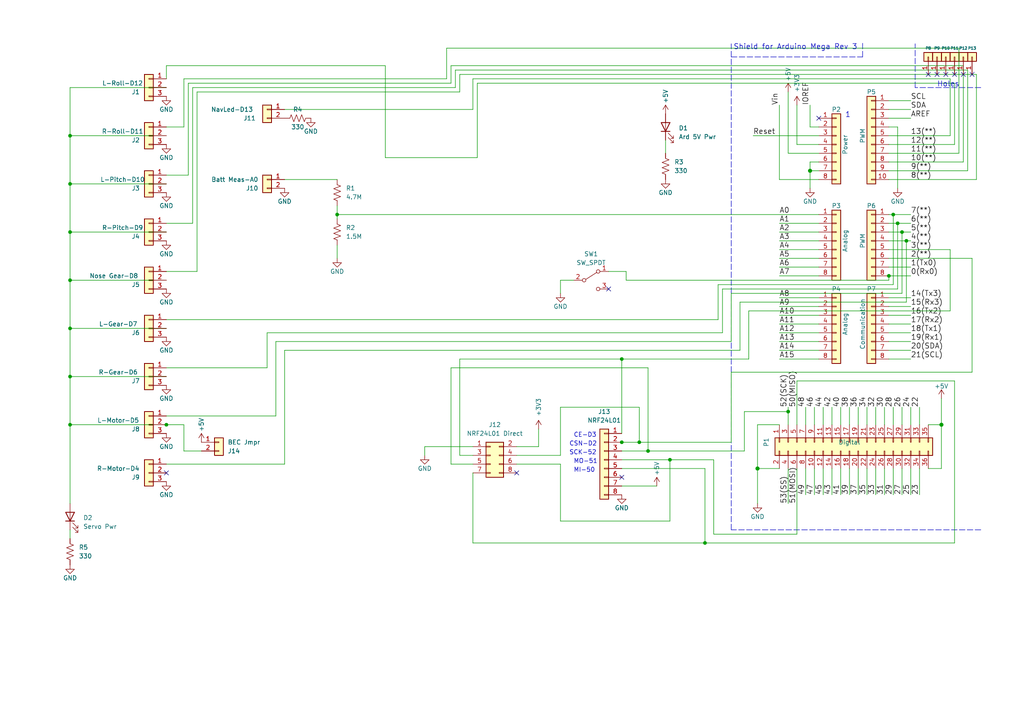
<source format=kicad_sch>
(kicad_sch (version 20211123) (generator eeschema)
  (paper "A4")
  (title_block (date "mar. 31 mars 2015"))
  (lib_symbols
    (symbol "Connector_Generic:Conn_01x01" (pin_names (offset 1.016) hide)
      (property "Reference" "J" (at 0 2.54 0))
      (property "Value" "Conn_01x01" (at 0 -2.54 0))
      (symbol "Conn_01x01_1_1"
        (rectangle (start -1.27 0.127) (end 0 -0.127) (stroke (width 0.1524)))
        (rectangle (start -1.27 1.27) (end 1.27 -1.27) (stroke (width 0.254)) (fill (type background)))
        (pin passive line (at -5.08 0 0) (length 3.81) (name "Pin_1") (number "1"))
      )
    )
    (symbol "Connector_Generic:Conn_01x02" (pin_names (offset 1.016) hide)
      (property "Reference" "J" (at 0 2.54 0))
      (property "Value" "Conn_01x02" (at 0 -5.08 0))
      (symbol "Conn_01x02_1_1"
        (rectangle (start -1.27 -2.413) (end 0 -2.667) (stroke (width 0.1524)))
        (rectangle (start -1.27 0.127) (end 0 -0.127) (stroke (width 0.1524)))
        (rectangle (start -1.27 1.27) (end 1.27 -3.81) (stroke (width 0.254)) (fill (type background)))
        (pin passive line (at -5.08 0 0) (length 3.81) (name "Pin_1") (number "1"))
        (pin passive line (at -5.08 -2.54 0) (length 3.81) (name "Pin_2") (number "2"))
      )
    )
    (symbol "Connector_Generic:Conn_01x03" (pin_names (offset 1.016) hide)
      (property "Reference" "J" (at 0 5.08 0))
      (property "Value" "Conn_01x03" (at 0 -5.08 0))
      (symbol "Conn_01x03_1_1"
        (rectangle (start -1.27 -2.413) (end 0 -2.667) (stroke (width 0.1524)))
        (rectangle (start -1.27 0.127) (end 0 -0.127) (stroke (width 0.1524)))
        (rectangle (start -1.27 2.667) (end 0 2.413) (stroke (width 0.1524)))
        (rectangle (start -1.27 3.81) (end 1.27 -3.81) (stroke (width 0.254)) (fill (type background)))
        (pin passive line (at -5.08 2.54 0) (length 3.81) (name "Pin_1") (number "1"))
        (pin passive line (at -5.08 0 0) (length 3.81) (name "Pin_2") (number "2"))
        (pin passive line (at -5.08 -2.54 0) (length 3.81) (name "Pin_3") (number "3"))
      )
    )
    (symbol "Connector_Generic:Conn_01x08" (pin_names (offset 1.016) hide)
      (property "Reference" "J" (at 0 10.16 0))
      (property "Value" "Conn_01x08" (at 0 -12.7 0))
      (symbol "Conn_01x08_1_1"
        (rectangle (start -1.27 -10.033) (end 0 -10.287) (stroke (width 0.1524)))
        (rectangle (start -1.27 -7.493) (end 0 -7.747) (stroke (width 0.1524)))
        (rectangle (start -1.27 -4.953) (end 0 -5.207) (stroke (width 0.1524)))
        (rectangle (start -1.27 -2.413) (end 0 -2.667) (stroke (width 0.1524)))
        (rectangle (start -1.27 0.127) (end 0 -0.127) (stroke (width 0.1524)))
        (rectangle (start -1.27 2.667) (end 0 2.413) (stroke (width 0.1524)))
        (rectangle (start -1.27 5.207) (end 0 4.953) (stroke (width 0.1524)))
        (rectangle (start -1.27 7.747) (end 0 7.493) (stroke (width 0.1524)))
        (rectangle (start -1.27 8.89) (end 1.27 -11.43) (stroke (width 0.254)) (fill (type background)))
        (pin passive line (at -5.08 7.62 0) (length 3.81) (name "Pin_1") (number "1"))
        (pin passive line (at -5.08 5.08 0) (length 3.81) (name "Pin_2") (number "2"))
        (pin passive line (at -5.08 2.54 0) (length 3.81) (name "Pin_3") (number "3"))
        (pin passive line (at -5.08 0 0) (length 3.81) (name "Pin_4") (number "4"))
        (pin passive line (at -5.08 -2.54 0) (length 3.81) (name "Pin_5") (number "5"))
        (pin passive line (at -5.08 -5.08 0) (length 3.81) (name "Pin_6") (number "6"))
        (pin passive line (at -5.08 -7.62 0) (length 3.81) (name "Pin_7") (number "7"))
        (pin passive line (at -5.08 -10.16 0) (length 3.81) (name "Pin_8") (number "8"))
      )
    )
    (symbol "Connector_Generic:Conn_01x10" (pin_names (offset 1.016) hide)
      (property "Reference" "J" (at 0 12.7 0))
      (property "Value" "Conn_01x10" (at 0 -15.24 0))
      (symbol "Conn_01x10_1_1"
        (rectangle (start -1.27 -12.573) (end 0 -12.827) (stroke (width 0.1524)))
        (rectangle (start -1.27 -10.033) (end 0 -10.287) (stroke (width 0.1524)))
        (rectangle (start -1.27 -7.493) (end 0 -7.747) (stroke (width 0.1524)))
        (rectangle (start -1.27 -4.953) (end 0 -5.207) (stroke (width 0.1524)))
        (rectangle (start -1.27 -2.413) (end 0 -2.667) (stroke (width 0.1524)))
        (rectangle (start -1.27 0.127) (end 0 -0.127) (stroke (width 0.1524)))
        (rectangle (start -1.27 2.667) (end 0 2.413) (stroke (width 0.1524)))
        (rectangle (start -1.27 5.207) (end 0 4.953) (stroke (width 0.1524)))
        (rectangle (start -1.27 7.747) (end 0 7.493) (stroke (width 0.1524)))
        (rectangle (start -1.27 10.287) (end 0 10.033) (stroke (width 0.1524)))
        (rectangle (start -1.27 11.43) (end 1.27 -13.97) (stroke (width 0.254)) (fill (type background)))
        (pin passive line (at -5.08 10.16 0) (length 3.81) (name "Pin_1") (number "1"))
        (pin passive line (at -5.08 -12.7 0) (length 3.81) (name "Pin_10") (number "10"))
        (pin passive line (at -5.08 7.62 0) (length 3.81) (name "Pin_2") (number "2"))
        (pin passive line (at -5.08 5.08 0) (length 3.81) (name "Pin_3") (number "3"))
        (pin passive line (at -5.08 2.54 0) (length 3.81) (name "Pin_4") (number "4"))
        (pin passive line (at -5.08 0 0) (length 3.81) (name "Pin_5") (number "5"))
        (pin passive line (at -5.08 -2.54 0) (length 3.81) (name "Pin_6") (number "6"))
        (pin passive line (at -5.08 -5.08 0) (length 3.81) (name "Pin_7") (number "7"))
        (pin passive line (at -5.08 -7.62 0) (length 3.81) (name "Pin_8") (number "8"))
        (pin passive line (at -5.08 -10.16 0) (length 3.81) (name "Pin_9") (number "9"))
      )
    )
    (symbol "Connector_Generic:Conn_02x04_Odd_Even" (pin_names (offset 1.016) hide)
      (property "Reference" "J" (at 1.27 5.08 0))
      (property "Value" "Conn_02x04_Odd_Even" (at 1.27 -7.62 0))
      (symbol "Conn_02x04_Odd_Even_1_1"
        (rectangle (start -1.27 -4.953) (end 0 -5.207) (stroke (width 0.1524)))
        (rectangle (start -1.27 -2.413) (end 0 -2.667) (stroke (width 0.1524)))
        (rectangle (start -1.27 0.127) (end 0 -0.127) (stroke (width 0.1524)))
        (rectangle (start -1.27 2.667) (end 0 2.413) (stroke (width 0.1524)))
        (rectangle (start -1.27 3.81) (end 3.81 -6.35) (stroke (width 0.254)) (fill (type background)))
        (rectangle (start 3.81 -4.953) (end 2.54 -5.207) (stroke (width 0.1524)))
        (rectangle (start 3.81 -2.413) (end 2.54 -2.667) (stroke (width 0.1524)))
        (rectangle (start 3.81 0.127) (end 2.54 -0.127) (stroke (width 0.1524)))
        (rectangle (start 3.81 2.667) (end 2.54 2.413) (stroke (width 0.1524)))
        (pin passive line (at -5.08 2.54 0) (length 3.81) (name "Pin_1") (number "1"))
        (pin passive line (at 7.62 2.54 180) (length 3.81) (name "Pin_2") (number "2"))
        (pin passive line (at -5.08 0 0) (length 3.81) (name "Pin_3") (number "3"))
        (pin passive line (at 7.62 0 180) (length 3.81) (name "Pin_4") (number "4"))
        (pin passive line (at -5.08 -2.54 0) (length 3.81) (name "Pin_5") (number "5"))
        (pin passive line (at 7.62 -2.54 180) (length 3.81) (name "Pin_6") (number "6"))
        (pin passive line (at -5.08 -5.08 0) (length 3.81) (name "Pin_7") (number "7"))
        (pin passive line (at 7.62 -5.08 180) (length 3.81) (name "Pin_8") (number "8"))
      )
    )
    (symbol "Connector_Generic:Conn_02x18_Odd_Even" (pin_names (offset 1.016) hide)
      (property "Reference" "J" (at 1.27 22.86 0))
      (property "Value" "Conn_02x18_Odd_Even" (at 1.27 -25.4 0))
      (symbol "Conn_02x18_Odd_Even_1_1"
        (rectangle (start -1.27 -22.733) (end 0 -22.987) (stroke (width 0.1524)))
        (rectangle (start -1.27 -20.193) (end 0 -20.447) (stroke (width 0.1524)))
        (rectangle (start -1.27 -17.653) (end 0 -17.907) (stroke (width 0.1524)))
        (rectangle (start -1.27 -15.113) (end 0 -15.367) (stroke (width 0.1524)))
        (rectangle (start -1.27 -12.573) (end 0 -12.827) (stroke (width 0.1524)))
        (rectangle (start -1.27 -10.033) (end 0 -10.287) (stroke (width 0.1524)))
        (rectangle (start -1.27 -7.493) (end 0 -7.747) (stroke (width 0.1524)))
        (rectangle (start -1.27 -4.953) (end 0 -5.207) (stroke (width 0.1524)))
        (rectangle (start -1.27 -2.413) (end 0 -2.667) (stroke (width 0.1524)))
        (rectangle (start -1.27 0.127) (end 0 -0.127) (stroke (width 0.1524)))
        (rectangle (start -1.27 2.667) (end 0 2.413) (stroke (width 0.1524)))
        (rectangle (start -1.27 5.207) (end 0 4.953) (stroke (width 0.1524)))
        (rectangle (start -1.27 7.747) (end 0 7.493) (stroke (width 0.1524)))
        (rectangle (start -1.27 10.287) (end 0 10.033) (stroke (width 0.1524)))
        (rectangle (start -1.27 12.827) (end 0 12.573) (stroke (width 0.1524)))
        (rectangle (start -1.27 15.367) (end 0 15.113) (stroke (width 0.1524)))
        (rectangle (start -1.27 17.907) (end 0 17.653) (stroke (width 0.1524)))
        (rectangle (start -1.27 20.447) (end 0 20.193) (stroke (width 0.1524)))
        (rectangle (start -1.27 21.59) (end 3.81 -24.13) (stroke (width 0.254)) (fill (type background)))
        (rectangle (start 3.81 -22.733) (end 2.54 -22.987) (stroke (width 0.1524)))
        (rectangle (start 3.81 -20.193) (end 2.54 -20.447) (stroke (width 0.1524)))
        (rectangle (start 3.81 -17.653) (end 2.54 -17.907) (stroke (width 0.1524)))
        (rectangle (start 3.81 -15.113) (end 2.54 -15.367) (stroke (width 0.1524)))
        (rectangle (start 3.81 -12.573) (end 2.54 -12.827) (stroke (width 0.1524)))
        (rectangle (start 3.81 -10.033) (end 2.54 -10.287) (stroke (width 0.1524)))
        (rectangle (start 3.81 -7.493) (end 2.54 -7.747) (stroke (width 0.1524)))
        (rectangle (start 3.81 -4.953) (end 2.54 -5.207) (stroke (width 0.1524)))
        (rectangle (start 3.81 -2.413) (end 2.54 -2.667) (stroke (width 0.1524)))
        (rectangle (start 3.81 0.127) (end 2.54 -0.127) (stroke (width 0.1524)))
        (rectangle (start 3.81 2.667) (end 2.54 2.413) (stroke (width 0.1524)))
        (rectangle (start 3.81 5.207) (end 2.54 4.953) (stroke (width 0.1524)))
        (rectangle (start 3.81 7.747) (end 2.54 7.493) (stroke (width 0.1524)))
        (rectangle (start 3.81 10.287) (end 2.54 10.033) (stroke (width 0.1524)))
        (rectangle (start 3.81 12.827) (end 2.54 12.573) (stroke (width 0.1524)))
        (rectangle (start 3.81 15.367) (end 2.54 15.113) (stroke (width 0.1524)))
        (rectangle (start 3.81 17.907) (end 2.54 17.653) (stroke (width 0.1524)))
        (rectangle (start 3.81 20.447) (end 2.54 20.193) (stroke (width 0.1524)))
        (pin passive line (at -5.08 20.32 0) (length 3.81) (name "Pin_1") (number "1"))
        (pin passive line (at 7.62 10.16 180) (length 3.81) (name "Pin_10") (number "10"))
        (pin passive line (at -5.08 7.62 0) (length 3.81) (name "Pin_11") (number "11"))
        (pin passive line (at 7.62 7.62 180) (length 3.81) (name "Pin_12") (number "12"))
        (pin passive line (at -5.08 5.08 0) (length 3.81) (name "Pin_13") (number "13"))
        (pin passive line (at 7.62 5.08 180) (length 3.81) (name "Pin_14") (number "14"))
        (pin passive line (at -5.08 2.54 0) (length 3.81) (name "Pin_15") (number "15"))
        (pin passive line (at 7.62 2.54 180) (length 3.81) (name "Pin_16") (number "16"))
        (pin passive line (at -5.08 0 0) (length 3.81) (name "Pin_17") (number "17"))
        (pin passive line (at 7.62 0 180) (length 3.81) (name "Pin_18") (number "18"))
        (pin passive line (at -5.08 -2.54 0) (length 3.81) (name "Pin_19") (number "19"))
        (pin passive line (at 7.62 20.32 180) (length 3.81) (name "Pin_2") (number "2"))
        (pin passive line (at 7.62 -2.54 180) (length 3.81) (name "Pin_20") (number "20"))
        (pin passive line (at -5.08 -5.08 0) (length 3.81) (name "Pin_21") (number "21"))
        (pin passive line (at 7.62 -5.08 180) (length 3.81) (name "Pin_22") (number "22"))
        (pin passive line (at -5.08 -7.62 0) (length 3.81) (name "Pin_23") (number "23"))
        (pin passive line (at 7.62 -7.62 180) (length 3.81) (name "Pin_24") (number "24"))
        (pin passive line (at -5.08 -10.16 0) (length 3.81) (name "Pin_25") (number "25"))
        (pin passive line (at 7.62 -10.16 180) (length 3.81) (name "Pin_26") (number "26"))
        (pin passive line (at -5.08 -12.7 0) (length 3.81) (name "Pin_27") (number "27"))
        (pin passive line (at 7.62 -12.7 180) (length 3.81) (name "Pin_28") (number "28"))
        (pin passive line (at -5.08 -15.24 0) (length 3.81) (name "Pin_29") (number "29"))
        (pin passive line (at -5.08 17.78 0) (length 3.81) (name "Pin_3") (number "3"))
        (pin passive line (at 7.62 -15.24 180) (length 3.81) (name "Pin_30") (number "30"))
        (pin passive line (at -5.08 -17.78 0) (length 3.81) (name "Pin_31") (number "31"))
        (pin passive line (at 7.62 -17.78 180) (length 3.81) (name "Pin_32") (number "32"))
        (pin passive line (at -5.08 -20.32 0) (length 3.81) (name "Pin_33") (number "33"))
        (pin passive line (at 7.62 -20.32 180) (length 3.81) (name "Pin_34") (number "34"))
        (pin passive line (at -5.08 -22.86 0) (length 3.81) (name "Pin_35") (number "35"))
        (pin passive line (at 7.62 -22.86 180) (length 3.81) (name "Pin_36") (number "36"))
        (pin passive line (at 7.62 17.78 180) (length 3.81) (name "Pin_4") (number "4"))
        (pin passive line (at -5.08 15.24 0) (length 3.81) (name "Pin_5") (number "5"))
        (pin passive line (at 7.62 15.24 180) (length 3.81) (name "Pin_6") (number "6"))
        (pin passive line (at -5.08 12.7 0) (length 3.81) (name "Pin_7") (number "7"))
        (pin passive line (at 7.62 12.7 180) (length 3.81) (name "Pin_8") (number "8"))
        (pin passive line (at -5.08 10.16 0) (length 3.81) (name "Pin_9") (number "9"))
      )
    )
    (symbol "Device:LED" (pin_numbers hide) (pin_names (offset 1.016) hide)
      (property "Reference" "D" (at 0 2.54 0))
      (property "Value" "LED" (at 0 -2.54 0))
      (symbol "LED_0_1"
        (polyline (pts (xy -1.27 -1.27) (xy -1.27 1.27)) (stroke (width 0.254)))
        (polyline (pts (xy -1.27 0) (xy 1.27 0)))
        (polyline (pts (xy 1.27 -1.27) (xy 1.27 1.27) (xy -1.27 0) (xy 1.27 -1.27)) (stroke (width 0.254)))
        (polyline (pts (xy -3.048 -0.762) (xy -4.572 -2.286) (xy -3.81 -2.286) (xy -4.572 -2.286) (xy -4.572 -1.524)))
        (polyline (pts (xy -1.778 -0.762) (xy -3.302 -2.286) (xy -2.54 -2.286) (xy -3.302 -2.286) (xy -3.302 -1.524)))
      )
      (symbol "LED_1_1"
        (pin passive line (at -3.81 0 0) (length 2.54) (name "K") (number "1"))
        (pin passive line (at 3.81 0 180) (length 2.54) (name "A") (number "2"))
      )
    )
    (symbol "Device:R_US" (pin_numbers hide) (pin_names (offset 0))
      (property "Reference" "R" (at 2.54 0 90))
      (property "Value" "R_US" (at -2.54 0 90))
      (symbol "R_US_0_1"
        (polyline (pts (xy 0 -2.286) (xy 0 -2.54)))
        (polyline (pts (xy 0 2.286) (xy 0 2.54)))
        (polyline (pts (xy 0 -0.762) (xy 1.016 -1.143) (xy 0 -1.524) (xy -1.016 -1.905) (xy 0 -2.286)))
        (polyline (pts (xy 0 0.762) (xy 1.016 0.381) (xy 0 0) (xy -1.016 -0.381) (xy 0 -0.762)))
        (polyline (pts (xy 0 2.286) (xy 1.016 1.905) (xy 0 1.524) (xy -1.016 1.143) (xy 0 0.762)))
      )
      (symbol "R_US_1_1"
        (pin passive line (at 0 3.81 270) (length 1.27) (name "~") (number "1"))
        (pin passive line (at 0 -3.81 90) (length 1.27) (name "~") (number "2"))
      )
    )
    (symbol "Switch:SW_SPDT" (pin_names (offset 0) hide)
      (property "Reference" "SW" (at 0 4.318 0))
      (property "Value" "SW_SPDT" (at 0 -5.08 0))
      (symbol "SW_SPDT_0_0"
        (circle (center -2.032 0) (radius 0.508))
        (circle (center 2.032 -2.54) (radius 0.508))
      )
      (symbol "SW_SPDT_0_1"
        (polyline (pts (xy -1.524 0.254) (xy 1.651 2.286)))
        (circle (center 2.032 2.54) (radius 0.508))
      )
      (symbol "SW_SPDT_1_1"
        (pin passive line (at 5.08 2.54 180) (length 2.54) (name "A") (number "1"))
        (pin passive line (at -5.08 0 0) (length 2.54) (name "B") (number "2"))
        (pin passive line (at 5.08 -2.54 180) (length 2.54) (name "C") (number "3"))
      )
    )
    (symbol "power:+3V3" (power) (pin_names (offset 0))
      (property "Value" "+3V3" (at 0 3.556 0))
      (symbol "+3V3_0_1"
        (polyline (pts (xy -0.762 1.27) (xy 0 2.54)))
        (polyline (pts (xy 0 0) (xy 0 2.54)))
        (polyline (pts (xy 0 2.54) (xy 0.762 1.27)))
      )
      (symbol "+3V3_1_1"
        (pin power_in line (at 0 0 90) (length 0) hide (name "+3V3") (number "1"))
      )
    )
    (symbol "power:+5V" (power) (pin_names (offset 0))
      (property "Value" "+5V" (at 0 3.556 0))
      (symbol "+5V_0_1"
        (polyline (pts (xy -0.762 1.27) (xy 0 2.54)))
        (polyline (pts (xy 0 0) (xy 0 2.54)))
        (polyline (pts (xy 0 2.54) (xy 0.762 1.27)))
      )
      (symbol "+5V_1_1"
        (pin power_in line (at 0 0 90) (length 0) hide (name "+5V") (number "1"))
      )
    )
    (symbol "power:GND" (power) (pin_names (offset 0))
      (property "Value" "GND" (at 0 -3.81 0))
      (symbol "GND_0_1"
        (polyline (pts (xy 0 0) (xy 0 -1.27) (xy 1.27 -1.27) (xy 0 -2.54) (xy -1.27 -1.27) (xy 0 -1.27)))
      )
      (symbol "GND_1_1"
        (pin power_in line (at 0 0 270) (length 0) hide (name "GND") (number "1"))
      )
    )
  )
  (junction (at 228.6 119.38))
  (junction (at 262.89 69.85))
  (junction (at 20.32 39.37))
  (junction (at 257.81 80.01))
  (junction (at 20.32 109.22))
  (junction (at 261.62 67.31))
  (junction (at 185.42 128.27))
  (junction (at 187.96 130.81))
  (junction (at 260.35 64.77))
  (junction (at 259.08 62.23))
  (junction (at 20.32 67.31))
  (junction (at 234.95 49.53) (diameter 1.016))
  (junction (at 219.71 135.89) (diameter 1.016))
  (junction (at 97.79 62.23))
  (junction (at 20.32 123.19))
  (junction (at 48.26 123.19))
  (junction (at 20.32 95.25))
  (junction (at 180.34 104.14))
  (junction (at 273.05 123.19) (diameter 1.016))
  (junction (at 204.47 157.48))
  (junction (at 20.32 53.34))
  (junction (at 180.34 128.27))
  (junction (at 194.31 133.35))
  (junction (at 20.32 81.28))
  (no_connect (at 176.53 83.82))
  (no_connect (at 149.86 137.16))
  (no_connect (at 180.34 138.43))
  (no_connect (at 48.26 137.16))
  (no_connect (at 269.24 21.59))
  (no_connect (at 281.94 21.59))
  (no_connect (at 271.78 21.59))
  (no_connect (at 276.86 21.59))
  (no_connect (at 279.4 21.59))
  (no_connect (at 237.49 34.29))
  (no_connect (at 274.32 21.59))
  (wire (pts (xy 228.6 135.89) (xy 228.6 146.05)))
  (wire (pts (xy 257.81 69.85) (xy 262.89 69.85)))
  (wire (pts (xy 226.06 80.01) (xy 237.49 80.01)))
  (wire (pts (xy 283.21 21.59) (xy 283.21 52.07)))
  (wire (pts (xy 54.61 24.13) (xy 130.81 24.13)))
  (wire (pts (xy 241.3 135.89) (xy 241.3 143.51)))
  (wire (pts (xy 133.35 104.14) (xy 180.34 104.14)))
  (wire (pts (xy 262.89 69.85) (xy 264.16 69.85)))
  (wire (pts (xy 273.05 123.19) (xy 273.05 135.89)))
  (wire (pts (xy 111.76 19.05) (xy 48.26 19.05)))
  (wire (pts (xy 149.86 134.62) (xy 162.56 134.62)))
  (wire (pts (xy 20.32 67.31) (xy 20.32 81.28)))
  (wire (pts (xy 187.96 106.68) (xy 187.96 130.81)))
  (wire (pts (xy 226.06 123.19) (xy 219.71 123.19)))
  (wire (pts (xy 80.01 120.65) (xy 48.26 120.65)))
  (wire (pts (xy 97.79 59.69) (xy 97.79 62.23)))
  (wire (pts (xy 257.81 44.45) (xy 278.13 44.45)))
  (wire (pts (xy 212.09 85.09) (xy 261.62 85.09)))
  (wire (pts (xy 234.95 46.99) (xy 234.95 49.53)))
  (wire (pts (xy 132.08 25.4) (xy 132.08 20.32)))
  (wire (pts (xy 281.94 107.95) (xy 281.94 74.93)))
  (wire (pts (xy 20.32 81.28) (xy 48.26 81.28)))
  (wire (pts (xy 80.01 99.06) (xy 212.09 99.06)))
  (wire (pts (xy 226.06 74.93) (xy 237.49 74.93)))
  (wire (pts (xy 236.22 135.89) (xy 236.22 143.51)))
  (wire (pts (xy 55.88 64.77) (xy 48.26 64.77)))
  (wire (pts (xy 82.55 101.6) (xy 82.55 134.62)))
  (wire (pts (xy 176.53 78.74) (xy 181.61 78.74)))
  (wire (pts (xy 193.04 40.64) (xy 193.04 44.45)))
  (wire (pts (xy 162.56 81.28) (xy 162.56 85.09)))
  (wire (pts (xy 260.35 64.77) (xy 264.16 64.77)))
  (wire (pts (xy 259.08 135.89) (xy 259.08 143.51)))
  (wire (pts (xy 214.63 87.63) (xy 262.89 87.63)))
  (wire (pts (xy 53.34 123.19) (xy 53.34 130.81)))
  (wire (pts (xy 260.35 83.82) (xy 260.35 64.77)))
  (wire (pts (xy 48.26 92.71) (xy 208.28 92.71)))
  (wire (pts (xy 162.56 151.13) (xy 194.31 151.13)))
  (wire (pts (xy 20.32 25.4) (xy 48.26 25.4)))
  (wire (pts (xy 234.95 49.53) (xy 234.95 54.61)))
  (wire (pts (xy 138.43 24.13) (xy 276.86 24.13)))
  (wire (pts (xy 248.92 123.19) (xy 248.92 118.11)))
  (wire (pts (xy 97.79 71.12) (xy 97.79 74.93)))
  (wire (pts (xy 20.32 39.37) (xy 20.32 53.34)))
  (wire (pts (xy 185.42 128.27) (xy 212.09 128.27)))
  (wire (pts (xy 137.16 129.54) (xy 123.19 129.54)))
  (wire (pts (xy 231.14 41.91) (xy 237.49 41.91)))
  (polyline (pts (xy 284.48 25.4) (xy 265.43 25.4)) (stroke (width 0) (type dash)))
  (wire (pts (xy 228.6 44.45) (xy 237.49 44.45)))
  (wire (pts (xy 77.47 96.52) (xy 209.55 96.52)))
  (wire (pts (xy 228.6 26.67) (xy 228.6 44.45)))
  (wire (pts (xy 246.38 123.19) (xy 246.38 118.11)))
  (wire (pts (xy 226.06 104.14) (xy 237.49 104.14)))
  (wire (pts (xy 275.59 22.86) (xy 275.59 39.37)))
  (wire (pts (xy 241.3 123.19) (xy 241.3 118.11)))
  (polyline (pts (xy 265.43 25.4) (xy 265.43 12.7)) (stroke (width 0) (type dash)))
  (wire (pts (xy 261.62 123.19) (xy 261.62 118.11)))
  (wire (pts (xy 257.81 34.29) (xy 264.16 34.29)))
  (wire (pts (xy 20.32 39.37) (xy 48.26 39.37)))
  (wire (pts (xy 231.14 30.48) (xy 231.14 41.91)))
  (wire (pts (xy 180.34 130.81) (xy 187.96 130.81)))
  (wire (pts (xy 261.62 135.89) (xy 261.62 143.51)))
  (wire (pts (xy 55.88 25.4) (xy 55.88 64.77)))
  (wire (pts (xy 180.34 128.27) (xy 185.42 128.27)))
  (wire (pts (xy 237.49 101.6) (xy 226.06 101.6)))
  (wire (pts (xy 208.28 82.55) (xy 259.08 82.55)))
  (wire (pts (xy 162.56 132.08) (xy 162.56 118.11)))
  (wire (pts (xy 264.16 135.89) (xy 264.16 143.51)))
  (wire (pts (xy 97.79 62.23) (xy 237.49 62.23)))
  (wire (pts (xy 238.76 135.89) (xy 238.76 143.51)))
  (wire (pts (xy 133.35 26.67) (xy 133.35 21.59)))
  (wire (pts (xy 20.32 123.19) (xy 20.32 146.05)))
  (wire (pts (xy 257.81 46.99) (xy 279.4 46.99)))
  (wire (pts (xy 257.81 99.06) (xy 264.16 99.06)))
  (wire (pts (xy 257.81 29.21) (xy 264.16 29.21)))
  (wire (pts (xy 264.16 62.23) (xy 259.08 62.23)))
  (wire (pts (xy 194.31 151.13) (xy 194.31 133.35)))
  (wire (pts (xy 204.47 157.48) (xy 276.86 157.48)))
  (wire (pts (xy 20.32 53.34) (xy 20.32 67.31)))
  (wire (pts (xy 219.71 123.19) (xy 219.71 135.89)))
  (wire (pts (xy 226.06 135.89) (xy 219.71 135.89)))
  (wire (pts (xy 20.32 81.28) (xy 20.32 95.25)))
  (wire (pts (xy 278.13 13.97) (xy 278.13 44.45)))
  (wire (pts (xy 123.19 129.54) (xy 123.19 132.08)))
  (wire (pts (xy 130.81 19.05) (xy 279.4 19.05)))
  (wire (pts (xy 212.09 107.95) (xy 281.94 107.95)))
  (wire (pts (xy 266.7 135.89) (xy 266.7 143.51)))
  (wire (pts (xy 251.46 123.19) (xy 251.46 118.11)))
  (wire (pts (xy 133.35 132.08) (xy 133.35 104.14)))
  (wire (pts (xy 53.34 130.81) (xy 58.42 130.81)))
  (wire (pts (xy 162.56 134.62) (xy 162.56 151.13)))
  (wire (pts (xy 234.95 36.83) (xy 234.95 30.48)))
  (wire (pts (xy 257.81 77.47) (xy 264.16 77.47)))
  (wire (pts (xy 180.34 140.97) (xy 190.5 140.97)))
  (wire (pts (xy 257.81 88.9) (xy 264.16 88.9)))
  (wire (pts (xy 276.86 24.13) (xy 276.86 41.91)))
  (wire (pts (xy 48.26 123.19) (xy 53.34 123.19)))
  (wire (pts (xy 209.55 96.52) (xy 209.55 83.82)))
  (wire (pts (xy 257.81 39.37) (xy 275.59 39.37)))
  (wire (pts (xy 237.49 36.83) (xy 234.95 36.83)))
  (wire (pts (xy 228.6 119.38) (xy 228.6 118.11)))
  (polyline (pts (xy 212.09 16.51) (xy 250.19 16.51)) (stroke (width 0) (type dash)))
  (wire (pts (xy 251.46 135.89) (xy 251.46 143.51)))
  (wire (pts (xy 217.17 104.14) (xy 217.17 90.17)))
  (wire (pts (xy 248.92 135.89) (xy 248.92 143.51)))
  (wire (pts (xy 264.16 67.31) (xy 261.62 67.31)))
  (wire (pts (xy 156.21 129.54) (xy 156.21 124.46)))
  (wire (pts (xy 257.81 41.91) (xy 276.86 41.91)))
  (wire (pts (xy 137.16 157.48) (xy 204.47 157.48)))
  (wire (pts (xy 212.09 99.06) (xy 212.09 85.09)))
  (polyline (pts (xy 212.09 153.67) (xy 212.09 12.7)) (stroke (width 0) (type dash)))
  (wire (pts (xy 273.05 115.57) (xy 273.05 123.19)))
  (wire (pts (xy 238.76 123.19) (xy 238.76 118.11)))
  (wire (pts (xy 262.89 69.85) (xy 262.89 87.63)))
  (wire (pts (xy 111.76 45.72) (xy 111.76 19.05)))
  (wire (pts (xy 264.16 101.6) (xy 257.81 101.6)))
  (wire (pts (xy 217.17 90.17) (xy 275.59 90.17)))
  (wire (pts (xy 204.47 135.89) (xy 204.47 157.48)))
  (wire (pts (xy 138.43 45.72) (xy 111.76 45.72)))
  (wire (pts (xy 214.63 101.6) (xy 214.63 87.63)))
  (wire (pts (xy 257.81 104.14) (xy 264.16 104.14)))
  (wire (pts (xy 57.15 78.74) (xy 48.26 78.74)))
  (wire (pts (xy 228.6 123.19) (xy 228.6 119.38)))
  (wire (pts (xy 53.34 36.83) (xy 48.26 36.83)))
  (wire (pts (xy 243.84 135.89) (xy 243.84 143.51)))
  (wire (pts (xy 181.61 78.74) (xy 181.61 81.28)))
  (wire (pts (xy 187.96 130.81) (xy 215.9 130.81)))
  (wire (pts (xy 264.16 96.52) (xy 257.81 96.52)))
  (wire (pts (xy 20.32 156.21) (xy 20.32 153.67)))
  (wire (pts (xy 137.16 31.75) (xy 137.16 22.86)))
  (wire (pts (xy 264.16 31.75) (xy 257.81 31.75)))
  (wire (pts (xy 207.01 154.94) (xy 231.14 154.94)))
  (wire (pts (xy 226.06 93.98) (xy 237.49 93.98)))
  (wire (pts (xy 77.47 96.52) (xy 77.47 106.68)))
  (wire (pts (xy 256.54 135.89) (xy 256.54 143.51)))
  (wire (pts (xy 57.15 26.67) (xy 57.15 78.74)))
  (wire (pts (xy 236.22 123.19) (xy 236.22 118.11)))
  (wire (pts (xy 180.34 133.35) (xy 194.31 133.35)))
  (wire (pts (xy 237.49 67.31) (xy 226.06 67.31)))
  (wire (pts (xy 218.44 39.37) (xy 237.49 39.37)))
  (wire (pts (xy 260.35 36.83) (xy 257.81 36.83)))
  (wire (pts (xy 264.16 86.36) (xy 257.81 86.36)))
  (wire (pts (xy 257.81 64.77) (xy 260.35 64.77)))
  (wire (pts (xy 257.81 49.53) (xy 280.67 49.53)))
  (wire (pts (xy 273.05 123.19) (xy 269.24 123.19)))
  (wire (pts (xy 237.49 49.53) (xy 234.95 49.53)))
  (wire (pts (xy 254 135.89) (xy 254 143.51)))
  (wire (pts (xy 130.81 106.68) (xy 187.96 106.68)))
  (wire (pts (xy 254 123.19) (xy 254 118.11)))
  (wire (pts (xy 181.61 81.28) (xy 257.81 81.28)))
  (wire (pts (xy 133.35 21.59) (xy 283.21 21.59)))
  (wire (pts (xy 246.38 135.89) (xy 246.38 143.51)))
  (wire (pts (xy 259.08 82.55) (xy 259.08 62.23)))
  (wire (pts (xy 137.16 137.16) (xy 137.16 157.48)))
  (wire (pts (xy 215.9 130.81) (xy 215.9 119.38)))
  (wire (pts (xy 130.81 134.62) (xy 130.81 106.68)))
  (wire (pts (xy 256.54 123.19) (xy 256.54 118.11)))
  (wire (pts (xy 194.31 133.35) (xy 207.01 133.35)))
  (wire (pts (xy 237.49 52.07) (xy 226.06 52.07)))
  (wire (pts (xy 54.61 24.13) (xy 54.61 50.8)))
  (wire (pts (xy 137.16 22.86) (xy 275.59 22.86)))
  (wire (pts (xy 97.79 62.23) (xy 97.79 63.5)))
  (wire (pts (xy 226.06 64.77) (xy 237.49 64.77)))
  (wire (pts (xy 82.55 101.6) (xy 214.63 101.6)))
  (wire (pts (xy 279.4 19.05) (xy 279.4 46.99)))
  (wire (pts (xy 20.32 53.34) (xy 48.26 53.34)))
  (wire (pts (xy 137.16 132.08) (xy 133.35 132.08)))
  (wire (pts (xy 209.55 83.82) (xy 260.35 83.82)))
  (wire (pts (xy 257.81 80.01) (xy 264.16 80.01)))
  (wire (pts (xy 231.14 110.49) (xy 231.14 123.19)))
  (wire (pts (xy 266.7 123.19) (xy 266.7 118.11)))
  (wire (pts (xy 55.88 25.4) (xy 132.08 25.4)))
  (wire (pts (xy 54.61 50.8) (xy 48.26 50.8)))
  (wire (pts (xy 48.26 19.05) (xy 48.26 22.86)))
  (wire (pts (xy 237.49 91.44) (xy 226.06 91.44)))
  (wire (pts (xy 180.34 104.14) (xy 180.34 125.73)))
  (wire (pts (xy 276.86 157.48) (xy 276.86 110.49)))
  (wire (pts (xy 275.59 90.17) (xy 275.59 72.39)))
  (wire (pts (xy 137.16 134.62) (xy 130.81 134.62)))
  (wire (pts (xy 82.55 31.75) (xy 137.16 31.75)))
  (wire (pts (xy 257.81 93.98) (xy 264.16 93.98)))
  (wire (pts (xy 217.17 104.14) (xy 180.34 104.14)))
  (wire (pts (xy 20.32 95.25) (xy 48.26 95.25)))
  (wire (pts (xy 129.54 22.86) (xy 53.34 22.86)))
  (wire (pts (xy 237.49 46.99) (xy 234.95 46.99)))
  (wire (pts (xy 226.06 99.06) (xy 237.49 99.06)))
  (wire (pts (xy 257.81 81.28) (xy 257.81 80.01)))
  (wire (pts (xy 82.55 134.62) (xy 48.26 134.62)))
  (wire (pts (xy 261.62 67.31) (xy 257.81 67.31)))
  (wire (pts (xy 207.01 133.35) (xy 207.01 154.94)))
  (wire (pts (xy 243.84 123.19) (xy 243.84 118.11)))
  (wire (pts (xy 276.86 110.49) (xy 231.14 110.49)))
  (wire (pts (xy 149.86 132.08) (xy 162.56 132.08)))
  (wire (pts (xy 264.16 123.19) (xy 264.16 118.11)))
  (wire (pts (xy 20.32 95.25) (xy 20.32 109.22)))
  (wire (pts (xy 226.06 88.9) (xy 237.49 88.9)))
  (wire (pts (xy 257.81 52.07) (xy 283.21 52.07)))
  (polyline (pts (xy 250.19 16.51) (xy 250.19 12.065)) (stroke (width 0) (type dash)))
  (wire (pts (xy 215.9 119.38) (xy 228.6 119.38)))
  (wire (pts (xy 264.16 91.44) (xy 257.81 91.44)))
  (wire (pts (xy 226.06 69.85) (xy 237.49 69.85)))
  (wire (pts (xy 261.62 85.09) (xy 261.62 67.31)))
  (wire (pts (xy 20.32 123.19) (xy 48.26 123.19)))
  (wire (pts (xy 129.54 13.97) (xy 278.13 13.97)))
  (wire (pts (xy 77.47 106.68) (xy 48.26 106.68)))
  (wire (pts (xy 80.01 99.06) (xy 80.01 120.65)))
  (wire (pts (xy 20.32 67.31) (xy 48.26 67.31)))
  (wire (pts (xy 259.08 123.19) (xy 259.08 118.11)))
  (wire (pts (xy 233.68 135.89) (xy 233.68 143.51)))
  (wire (pts (xy 273.05 135.89) (xy 269.24 135.89)))
  (wire (pts (xy 208.28 92.71) (xy 208.28 82.55)))
  (wire (pts (xy 237.49 86.36) (xy 226.06 86.36)))
  (wire (pts (xy 259.08 62.23) (xy 257.81 62.23)))
  (wire (pts (xy 179.07 128.27) (xy 180.34 128.27)))
  (wire (pts (xy 233.68 123.19) (xy 233.68 118.11)))
  (wire (pts (xy 185.42 118.11) (xy 185.42 128.27)))
  (wire (pts (xy 180.34 135.89) (xy 204.47 135.89)))
  (wire (pts (xy 162.56 118.11) (xy 185.42 118.11)))
  (wire (pts (xy 57.15 26.67) (xy 133.35 26.67)))
  (wire (pts (xy 257.81 74.93) (xy 281.94 74.93)))
  (wire (pts (xy 231.14 135.89) (xy 231.14 154.94)))
  (wire (pts (xy 138.43 45.72) (xy 138.43 24.13)))
  (wire (pts (xy 257.81 72.39) (xy 275.59 72.39)))
  (wire (pts (xy 82.55 52.07) (xy 97.79 52.07)))
  (wire (pts (xy 129.54 22.86) (xy 129.54 13.97)))
  (wire (pts (xy 20.32 109.22) (xy 20.32 123.19)))
  (wire (pts (xy 130.81 24.13) (xy 130.81 19.05)))
  (wire (pts (xy 53.34 22.86) (xy 53.34 36.83)))
  (wire (pts (xy 212.09 128.27) (xy 212.09 107.95)))
  (wire (pts (xy 237.49 96.52) (xy 226.06 96.52)))
  (wire (pts (xy 226.06 52.07) (xy 226.06 30.48)))
  (wire (pts (xy 219.71 135.89) (xy 219.71 146.05)))
  (wire (pts (xy 20.32 25.4) (xy 20.32 39.37)))
  (wire (pts (xy 237.49 77.47) (xy 226.06 77.47)))
  (wire (pts (xy 132.08 20.32) (xy 280.67 20.32)))
  (polyline (pts (xy 284.48 153.67) (xy 212.09 153.67)) (stroke (width 0) (type dash)))
  (wire (pts (xy 20.32 109.22) (xy 48.26 109.22)))
  (wire (pts (xy 237.49 72.39) (xy 226.06 72.39)))
  (wire (pts (xy 260.35 54.61) (xy 260.35 36.83)))
  (wire (pts (xy 166.37 81.28) (xy 162.56 81.28)))
  (wire (pts (xy 280.67 20.32) (xy 280.67 49.53)))
  (wire (pts (xy 149.86 129.54) (xy 156.21 129.54)))
  (text "MO-51" (at 166.37 134.62 0) (effects (font (size 1.27 1.27)) (justify left bottom)))
  (text "1" (at 245.11 34.29 0) (effects (font (size 1.524 1.524)) (justify left bottom)))
  (text "MI-50" (at 166.37 137.16 0) (effects (font (size 1.27 1.27)) (justify left bottom)))
  (text "Holes" (at 271.78 25.4 0) (effects (font (size 1.524 1.524)) (justify left bottom)))
  (text "SCK-52\n" (at 165.1 132.08 0) (effects (font (size 1.27 1.27)) (justify left bottom)))
  (text "CE-D3" (at 166.37 127 0) (effects (font (size 1.27 1.27)) (justify left bottom)))
  (text "CSN-D2" (at 165.1 129.54 0) (effects (font (size 1.27 1.27)) (justify left bottom)))
  (text "Shield for Arduino Mega Rev 3" (at 212.725 14.605 0) (effects (font (size 1.524 1.524)) (justify left bottom)))
  (label "21(SCL)" (at 264.16 104.14 0) (effects (font (size 1.524 1.524))))
  (label "36" (at 248.92 118.11 90) (effects (font (size 1.524 1.524))))
  (label "0(Rx0)" (at 264.16 80.01 0) (effects (font (size 1.524 1.524))))
  (label "17(Rx2)" (at 264.16 93.98 0) (effects (font (size 1.524 1.524))))
  (label "19(Rx1)" (at 264.16 99.06 0) (effects (font (size 1.524 1.524))))
  (label "SDA" (at 264.16 31.75 0) (effects (font (size 1.524 1.524))))
  (label "A14" (at 226.06 101.6 0) (effects (font (size 1.524 1.524))))
  (label "51(MOSI)" (at 231.14 146.05 90) (effects (font (size 1.524 1.524))))
  (label "41" (at 243.84 143.51 90) (effects (font (size 1.524 1.524))))
  (label "43" (at 241.3 143.51 90) (effects (font (size 1.524 1.524))))
  (label "1(Tx0)" (at 264.16 77.47 0) (effects (font (size 1.524 1.524))))
  (label "A3" (at 226.06 69.85 0) (effects (font (size 1.524 1.524))))
  (label "45" (at 238.76 143.51 90) (effects (font (size 1.524 1.524))))
  (label "9(**)" (at 264.16 49.53 0) (effects (font (size 1.524 1.524))))
  (label "SCL" (at 264.16 29.21 0) (effects (font (size 1.524 1.524))))
  (label "A8" (at 226.06 86.36 0) (effects (font (size 1.524 1.524))))
  (label "14(Tx3)" (at 264.16 86.36 0) (effects (font (size 1.524 1.524))))
  (label "27" (at 261.62 143.51 90) (effects (font (size 1.524 1.524))))
  (label "12(**)" (at 264.16 41.91 0) (effects (font (size 1.524 1.524))))
  (label "A5" (at 226.06 74.93 0) (effects (font (size 1.524 1.524))))
  (label "IOREF" (at 234.95 30.48 90) (effects (font (size 1.524 1.524))))
  (label "3(**)" (at 264.16 72.39 0) (effects (font (size 1.524 1.524))))
  (label "Reset" (at 218.44 39.37 0) (effects (font (size 1.524 1.524))))
  (label "A0" (at 226.06 62.23 0) (effects (font (size 1.524 1.524))))
  (label "A1" (at 226.06 64.77 0) (effects (font (size 1.524 1.524))))
  (label "A11" (at 226.06 93.98 0) (effects (font (size 1.524 1.524))))
  (label "40" (at 243.84 118.11 90) (effects (font (size 1.524 1.524))))
  (label "53(SS)" (at 228.6 146.05 90) (effects (font (size 1.524 1.524))))
  (label "30" (at 256.54 118.11 90) (effects (font (size 1.524 1.524))))
  (label "31" (at 256.54 143.51 90) (effects (font (size 1.524 1.524))))
  (label "28" (at 259.08 118.11 90) (effects (font (size 1.524 1.524))))
  (label "44" (at 238.76 118.11 90) (effects (font (size 1.524 1.524))))
  (label "6(**)" (at 264.16 64.77 0) (effects (font (size 1.524 1.524))))
  (label "5(**)" (at 264.16 67.31 0) (effects (font (size 1.524 1.524))))
  (label "37" (at 248.92 143.51 90) (effects (font (size 1.524 1.524))))
  (label "38" (at 246.38 118.11 90) (effects (font (size 1.524 1.524))))
  (label "29" (at 259.08 143.51 90) (effects (font (size 1.524 1.524))))
  (label "18(Tx1)" (at 264.16 96.52 0) (effects (font (size 1.524 1.524))))
  (label "24" (at 264.16 118.11 90) (effects (font (size 1.524 1.524))))
  (label "A9" (at 226.06 88.9 0) (effects (font (size 1.524 1.524))))
  (label "39" (at 246.38 143.51 90) (effects (font (size 1.524 1.524))))
  (label "22" (at 266.7 118.11 90) (effects (font (size 1.524 1.524))))
  (label "A15" (at 226.06 104.14 0) (effects (font (size 1.524 1.524))))
  (label "A6" (at 226.06 77.47 0) (effects (font (size 1.524 1.524))))
  (label "48" (at 233.68 118.11 90) (effects (font (size 1.524 1.524))))
  (label "Vin" (at 226.06 30.48 90) (effects (font (size 1.524 1.524))))
  (label "A7" (at 226.06 80.01 0) (effects (font (size 1.524 1.524))))
  (label "23" (at 266.7 143.51 90) (effects (font (size 1.524 1.524))))
  (label "2(**)" (at 264.16 74.93 0) (effects (font (size 1.524 1.524))))
  (label "49" (at 233.68 143.51 90) (effects (font (size 1.524 1.524))))
  (label "A13" (at 226.06 99.06 0) (effects (font (size 1.524 1.524))))
  (label "A2" (at 226.06 67.31 0) (effects (font (size 1.524 1.524))))
  (label "A12" (at 226.06 96.52 0) (effects (font (size 1.524 1.524))))
  (label "50(MISO)" (at 231.14 118.11 90) (effects (font (size 1.524 1.524))))
  (label "52(SCK)" (at 228.6 118.11 90) (effects (font (size 1.524 1.524))))
  (label "26" (at 261.62 118.11 90) (effects (font (size 1.524 1.524))))
  (label "47" (at 236.22 143.51 90) (effects (font (size 1.524 1.524))))
  (label "A4" (at 226.06 72.39 0) (effects (font (size 1.524 1.524))))
  (label "8(**)" (at 264.16 52.07 0) (effects (font (size 1.524 1.524))))
  (label "42" (at 241.3 118.11 90) (effects (font (size 1.524 1.524))))
  (label "A10" (at 226.06 91.44 0) (effects (font (size 1.524 1.524))))
  (label "7(**)" (at 264.16 62.23 0) (effects (font (size 1.524 1.524))))
  (label "20(SDA)" (at 264.16 101.6 0) (effects (font (size 1.524 1.524))))
  (label "16(Tx2)" (at 264.16 91.44 0) (effects (font (size 1.524 1.524))))
  (label "46" (at 236.22 118.11 90) (effects (font (size 1.524 1.524))))
  (label "11(**)" (at 264.16 44.45 0) (effects (font (size 1.524 1.524))))
  (label "4(**)" (at 264.16 69.85 0) (effects (font (size 1.524 1.524))))
  (label "13(**)" (at 264.16 39.37 0) (effects (font (size 1.524 1.524))))
  (label "15(Rx3)" (at 264.16 88.9 0) (effects (font (size 1.524 1.524))))
  (label "10(**)" (at 264.16 46.99 0) (effects (font (size 1.524 1.524))))
  (label "32" (at 254 118.11 90) (effects (font (size 1.524 1.524))))
  (label "33" (at 254 143.51 90) (effects (font (size 1.524 1.524))))
  (label "34" (at 251.46 118.11 90) (effects (font (size 1.524 1.524))))
  (label "35" (at 251.46 143.51 90) (effects (font (size 1.524 1.524))))
  (label "25" (at 264.16 143.51 90) (effects (font (size 1.524 1.524))))
  (label "AREF" (at 264.16 34.29 0) (effects (font (size 1.524 1.524))))
  (symbol (lib_id "Connector_Generic:Conn_01x01") (at 269.24 16.51 90) (unit 1)
    (property "Reference" "P8" (at 269.24 13.97 90) (effects (font (size 0.7874 0.7874))))
    (property "Value" "CONN_01X01" (effects hide))
    (property "Footprint" "Socket_Arduino_Mega:Arduino_1pin" (effects hide))
  )
  (symbol (lib_id "Connector_Generic:Conn_01x01") (at 271.78 16.51 90) (unit 1)
    (property "Reference" "P9" (at 271.78 13.97 90) (effects (font (size 0.7874 0.7874))))
    (property "Value" "CONN_01X01" (effects hide))
    (property "Footprint" "Socket_Arduino_Mega:Arduino_1pin" (effects hide))
  )
  (symbol (lib_id "Connector_Generic:Conn_01x01") (at 274.32 16.51 90) (unit 1)
    (property "Reference" "P10" (at 274.32 13.97 90) (effects (font (size 0.7874 0.7874))))
    (property "Value" "CONN_01X01" (effects hide))
    (property "Footprint" "Socket_Arduino_Mega:Arduino_1pin" (effects hide))
  )
  (symbol (lib_id "Connector_Generic:Conn_01x01") (at 276.86 16.51 90) (unit 1)
    (property "Reference" "P11" (at 276.86 13.97 90) (effects (font (size 0.7874 0.7874))))
    (property "Value" "CONN_01X01" (effects hide))
    (property "Footprint" "Socket_Arduino_Mega:Arduino_1pin" (effects hide))
  )
  (symbol (lib_id "Connector_Generic:Conn_01x01") (at 279.4 16.51 90) (unit 1)
    (property "Reference" "P12" (at 279.4 13.97 90) (effects (font (size 0.7874 0.7874))))
    (property "Value" "CONN_01X01" (effects hide))
    (property "Footprint" "Socket_Arduino_Mega:Arduino_1pin" (effects hide))
  )
  (symbol (lib_id "Connector_Generic:Conn_01x01") (at 281.94 16.51 90) (unit 1)
    (property "Reference" "P13" (at 281.94 13.97 90) (effects (font (size 0.7874 0.7874))))
    (property "Value" "CONN_01X01" (effects hide))
    (property "Footprint" "Socket_Arduino_Mega:Arduino_1pin" (effects hide))
  )
  (symbol (lib_id "Connector_Generic:Conn_01x08") (at 242.57 41.91 0) (unit 1)
    (property "Reference" "P2" (at 242.57 31.75 0))
    (property "Value" "Power" (at 245.11 41.91 90))
    (property "Footprint" "Socket_Arduino_Mega:Socket_Strip_Arduino_1x08" (effects hide))
  )
  (symbol (lib_id "power:+3V3") (at 231.14 30.48 0) (unit 1)
    (property "Reference" "#PWR01" (effects hide))
    (property "Value" "+3.3V" (at 231.14 24.13 90))
  )
  (symbol (lib_id "power:+5V") (at 228.6 26.67 0) (unit 1)
    (property "Reference" "#PWR02" (effects hide))
    (property "Value" "+5V" (at 228.6 21.59 90))
  )
  (symbol (lib_id "power:GND") (at 234.95 54.61 0) (unit 1)
    (property "Reference" "#PWR03" (effects hide))
    (property "Value" "GND" (at 234.95 58.42 0))
  )
  (symbol (lib_id "Connector_Generic:Conn_01x10") (at 252.73 39.37 0) (mirror y) (unit 1)
    (property "Reference" "P5" (at 252.73 26.67 0))
    (property "Value" "PWM" (at 250.19 39.37 90))
    (property "Footprint" "Socket_Arduino_Mega:Socket_Strip_Arduino_1x10" (effects hide))
  )
  (symbol (lib_id "power:GND") (at 260.35 54.61 0) (unit 1)
    (property "Reference" "#PWR04" (effects hide))
    (property "Value" "GND" (at 260.35 58.42 0))
  )
  (symbol (lib_id "Connector_Generic:Conn_01x08") (at 242.57 69.85 0) (unit 1)
    (property "Reference" "P3" (at 242.57 59.69 0))
    (property "Value" "Analog" (at 245.11 69.85 90))
    (property "Footprint" "Socket_Arduino_Mega:Socket_Strip_Arduino_1x08" (effects hide))
  )
  (symbol (lib_id "Connector_Generic:Conn_01x08") (at 252.73 69.85 0) (mirror y) (unit 1)
    (property "Reference" "P6" (at 252.73 59.69 0))
    (property "Value" "PWM" (at 250.19 69.85 90))
    (property "Footprint" "Socket_Arduino_Mega:Socket_Strip_Arduino_1x08" (effects hide))
  )
  (symbol (lib_id "Connector_Generic:Conn_01x08") (at 242.57 93.98 0) (unit 1)
    (property "Reference" "P4" (at 242.57 83.82 0))
    (property "Value" "Analog" (at 245.11 93.98 90))
    (property "Footprint" "Socket_Arduino_Mega:Socket_Strip_Arduino_1x08" (effects hide))
  )
  (symbol (lib_id "Connector_Generic:Conn_01x08") (at 252.73 93.98 0) (mirror y) (unit 1)
    (property "Reference" "P7" (at 252.73 83.82 0))
    (property "Value" "Communication" (at 250.19 93.98 90))
    (property "Footprint" "Socket_Arduino_Mega:Socket_Strip_Arduino_1x08" (effects hide))
  )
  (symbol (lib_id "Connector_Generic:Conn_02x18_Odd_Even") (at 246.38 128.27 90) (mirror x) (unit 1)
    (property "Reference" "P1" (at 222.25 128.27 0))
    (property "Value" "Digital" (at 246.38 128.27 90))
    (property "Footprint" "Socket_Arduino_Mega:Socket_Strip_Arduino_2x18" (effects hide))
  )
  (symbol (lib_id "power:GND") (at 219.71 146.05 0) (unit 1)
    (property "Reference" "#PWR05" (effects hide))
    (property "Value" "GND" (at 219.71 149.86 0))
  )
  (symbol (lib_id "power:+5V") (at 273.05 115.57 0) (unit 1)
    (property "Reference" "#PWR06" (effects hide))
    (property "Value" "+5V" (at 273.05 112.014 0))
  )
  (symbol (lib_id "Connector_Generic:Conn_01x02") (at 77.47 31.75 0) (mirror y) (unit 1)
    (property "Reference" "J11" (at 72.39 34.29 0))
    (property "Value" "NavLed-D13" (at 67.31 31.75 0))
    (property "Footprint" "Connector_PinHeader_2.54mm:PinHeader_1x02_P2.54mm_Vertical" (effects hide))
  )
  (symbol (lib_id "power:GND") (at 48.26 125.73 0) (unit 1)
    (property "Reference" "#PWR0108" (effects hide))
    (property "Value" "GND" (at 48.26 129.54 0))
  )
  (symbol (lib_id "power:GND") (at 48.26 27.94 0) (unit 1)
    (property "Reference" "#PWR0117" (effects hide))
    (property "Value" "GND" (at 48.26 31.75 0))
  )
  (symbol (lib_id "Device:R_US") (at 86.36 34.29 90) (unit 1)
    (property "Reference" "R4" (at 86.36 31.75 90))
    (property "Value" "330" (at 86.36 36.83 90))
    (property "Footprint" "Resistor_THT:R_Axial_DIN0309_L9.0mm_D3.2mm_P12.70mm_Horizontal" (effects hide))
  )
  (symbol (lib_id "power:GND") (at 48.26 139.7 0) (unit 1)
    (property "Reference" "#PWR0107" (effects hide))
    (property "Value" "GND" (at 48.26 143.51 0))
  )
  (symbol (lib_id "power:GND") (at 48.26 55.88 0) (unit 1)
    (property "Reference" "#PWR0111" (effects hide))
    (property "Value" "GND" (at 48.26 59.69 0))
  )
  (symbol (lib_id "Switch:SW_SPDT") (at 171.45 81.28 0) (unit 1)
    (property "Reference" "SW1" (at 171.45 73.66 0))
    (property "Value" "SW_SPDT" (at 171.45 76.2 0))
    (property "Footprint" "Button_Switch_THT:SW_Slide_1P2T_CK_OS102011MS2Q" (effects hide))
  )
  (symbol (lib_id "power:+5V") (at 58.42 128.27 0) (mirror y) (unit 1)
    (property "Reference" "#PWR?" (effects hide))
    (property "Value" "+5V" (at 58.42 123.19 90))
  )
  (symbol (lib_id "power:+3V3") (at 156.21 124.46 0) (unit 1)
    (property "Reference" "#PWR0113" (effects hide))
    (property "Value" "+3.3V" (at 156.21 118.11 90))
  )
  (symbol (lib_id "Connector_Generic:Conn_01x02") (at 63.5 128.27 0) (unit 1)
    (property "Reference" "J14" (at 66.04 130.81 0) (effects (justify left)))
    (property "Value" "BEC Jmpr" (at 66.04 128.27 0) (effects (justify left)))
    (property "Footprint" "Connector_PinHeader_2.54mm:PinHeader_1x02_P2.54mm_Vertical" (effects hide))
  )
  (symbol (lib_id "Connector_Generic:Conn_01x03") (at 43.18 123.19 0) (mirror y) (unit 1)
    (property "Reference" "J8" (at 39.37 124.46 0))
    (property "Value" "L-Motor-D5" (at 34.29 121.92 0))
    (property "Footprint" "Connector_PinHeader_2.54mm:PinHeader_1x03_P2.54mm_Horizontal" (effects hide))
  )
  (symbol (lib_id "Connector_Generic:Conn_01x08") (at 175.26 133.35 0) (mirror y) (unit 1)
    (property "Reference" "J13" (at 175.26 119.38 0))
    (property "Value" "NRF24L01" (at 175.26 121.92 0))
    (property "Footprint" "Connector_PinHeader_2.54mm:PinHeader_1x08_P2.54mm_Vertical" (effects hide))
  )
  (symbol (lib_id "power:+5V") (at 190.5 140.97 0) (unit 1)
    (property "Reference" "#PWR0102" (effects hide))
    (property "Value" "+5V" (at 190.5 135.89 90))
  )
  (symbol (lib_id "power:GND") (at 48.26 83.82 0) (unit 1)
    (property "Reference" "#PWR0106" (effects hide))
    (property "Value" "GND" (at 48.26 87.63 0))
  )
  (symbol (lib_id "Device:R_US") (at 193.04 48.26 0) (unit 1)
    (property "Reference" "R3" (at 195.58 46.9899 0) (effects (justify left)))
    (property "Value" "330" (at 195.58 49.5299 0) (effects (justify left)))
    (property "Footprint" "Resistor_THT:R_Axial_DIN0309_L9.0mm_D3.2mm_P12.70mm_Horizontal" (effects hide))
  )
  (symbol (lib_id "power:+5V") (at 193.04 33.02 0) (unit 1)
    (property "Reference" "#PWR0116" (effects hide))
    (property "Value" "+5V" (at 193.04 27.94 90))
  )
  (symbol (lib_id "Device:LED") (at 20.32 149.86 90) (unit 1)
    (property "Reference" "D2" (at 24.13 150.1774 90) (effects (justify right)))
    (property "Value" "Servo Pwr" (at 24.13 152.7174 90) (effects (justify right)))
    (property "Footprint" "LED_THT:LED_D5.0mm" (effects hide))
  )
  (symbol (lib_id "power:GND") (at 82.55 54.61 0) (unit 1)
    (property "Reference" "#PWR0118" (effects hide))
    (property "Value" "GND" (at 82.55 58.42 0))
  )
  (symbol (lib_id "power:GND") (at 123.19 132.08 0) (unit 1)
    (property "Reference" "#PWR0119" (effects hide))
    (property "Value" "GND" (at 123.19 135.89 0))
  )
  (symbol (lib_id "Connector_Generic:Conn_01x02") (at 77.47 52.07 0) (mirror y) (unit 1)
    (property "Reference" "J10" (at 74.93 54.61 0) (effects (justify left)))
    (property "Value" "Batt Meas-A0" (at 74.93 52.07 0) (effects (justify left)))
    (property "Footprint" "Connector_PinHeader_2.54mm:PinHeader_1x02_P2.54mm_Vertical" (effects hide))
  )
  (symbol (lib_id "Device:R_US") (at 20.32 160.02 0) (unit 1)
    (property "Reference" "R5" (at 22.86 158.7499 0) (effects (justify left)))
    (property "Value" "330" (at 22.86 161.2899 0) (effects (justify left)))
    (property "Footprint" "Resistor_THT:R_Axial_DIN0309_L9.0mm_D3.2mm_P12.70mm_Horizontal" (effects hide))
  )
  (symbol (lib_id "Connector_Generic:Conn_01x03") (at 43.18 67.31 0) (mirror y) (unit 1)
    (property "Reference" "J4" (at 39.37 68.58 0))
    (property "Value" "R-Pitch-D9" (at 35.56 66.04 0))
    (property "Footprint" "Connector_PinHeader_2.54mm:PinHeader_1x03_P2.54mm_Horizontal" (effects hide))
  )
  (symbol (lib_id "power:GND") (at 97.79 74.93 0) (unit 1)
    (property "Reference" "#PWR0114" (effects hide))
    (property "Value" "GND" (at 97.79 78.74 0))
  )
  (symbol (lib_id "Connector_Generic:Conn_01x03") (at 43.18 39.37 0) (mirror y) (unit 1)
    (property "Reference" "J2" (at 39.37 40.64 0))
    (property "Value" "R-Roll-D11" (at 35.56 38.1 0))
    (property "Footprint" "Connector_PinHeader_2.54mm:PinHeader_1x03_P2.54mm_Horizontal" (effects hide))
  )
  (symbol (lib_id "power:GND") (at 48.26 41.91 0) (unit 1)
    (property "Reference" "#PWR0115" (effects hide))
    (property "Value" "GND" (at 48.26 45.72 0))
  )
  (symbol (lib_id "Connector_Generic:Conn_01x03") (at 43.18 95.25 0) (mirror y) (unit 1)
    (property "Reference" "J6" (at 39.37 96.52 0))
    (property "Value" "L-Gear-D7" (at 34.29 93.98 0))
    (property "Footprint" "Connector_PinHeader_2.54mm:PinHeader_1x03_P2.54mm_Horizontal" (effects hide))
  )
  (symbol (lib_id "Connector_Generic:Conn_01x03") (at 43.18 137.16 0) (mirror y) (unit 1)
    (property "Reference" "J9" (at 39.37 138.43 0))
    (property "Value" "R-Motor-D4" (at 34.29 135.89 0))
    (property "Footprint" "Connector_PinHeader_2.54mm:PinHeader_1x03_P2.54mm_Horizontal" (effects hide))
  )
  (symbol (lib_id "Connector_Generic:Conn_01x03") (at 43.18 81.28 0) (mirror y) (unit 1)
    (property "Reference" "J5" (at 39.37 82.55 0))
    (property "Value" "Nose Gear-D8" (at 33.02 80.01 0))
    (property "Footprint" "Connector_PinHeader_2.54mm:PinHeader_1x03_P2.54mm_Horizontal" (effects hide))
  )
  (symbol (lib_id "Connector_Generic:Conn_02x04_Odd_Even") (at 142.24 132.08 0) (unit 1)
    (property "Reference" "J12" (at 143.51 123.19 0))
    (property "Value" "NRF24L01 Direct" (at 143.51 125.73 0))
    (property "Footprint" "Connector_PinSocket_2.54mm:PinSocket_2x04_P2.54mm_Vertical" (effects hide))
  )
  (symbol (lib_id "power:GND") (at 162.56 85.09 0) (unit 1)
    (property "Reference" "#PWR0103" (effects hide))
    (property "Value" "GND" (at 162.56 88.9 0))
  )
  (symbol (lib_id "power:GND") (at 48.26 111.76 0) (unit 1)
    (property "Reference" "#PWR0109" (effects hide))
    (property "Value" "GND" (at 48.26 115.57 0))
  )
  (symbol (lib_id "power:GND") (at 20.32 163.83 0) (unit 1)
    (property "Reference" "#PWR0120" (effects hide))
    (property "Value" "GND" (at 20.32 167.64 0))
  )
  (symbol (lib_id "Device:R_US") (at 97.79 67.31 0) (unit 1)
    (property "Reference" "R2" (at 100.33 66.0399 0) (effects (justify left)))
    (property "Value" "1.5M" (at 100.33 68.5799 0) (effects (justify left)))
    (property "Footprint" "Resistor_THT:R_Axial_DIN0309_L9.0mm_D3.2mm_P12.70mm_Horizontal" (effects hide))
  )
  (symbol (lib_id "Connector_Generic:Conn_01x03") (at 43.18 109.22 0) (mirror y) (unit 1)
    (property "Reference" "J7" (at 39.37 110.49 0))
    (property "Value" "R-Gear-D6" (at 34.29 107.95 0))
    (property "Footprint" "Connector_PinHeader_2.54mm:PinHeader_1x03_P2.54mm_Horizontal" (effects hide))
  )
  (symbol (lib_id "power:GND") (at 48.26 69.85 0) (unit 1)
    (property "Reference" "#PWR0110" (effects hide))
    (property "Value" "GND" (at 48.26 73.66 0))
  )
  (symbol (lib_id "Connector_Generic:Conn_01x03") (at 43.18 25.4 0) (mirror y) (unit 1)
    (property "Reference" "J1" (at 39.37 26.67 0))
    (property "Value" "L-Roll-D12" (at 35.56 24.13 0))
    (property "Footprint" "Connector_PinHeader_2.54mm:PinHeader_1x03_P2.54mm_Horizontal" (effects hide))
  )
  (symbol (lib_id "Device:LED") (at 193.04 36.83 90) (unit 1)
    (property "Reference" "D1" (at 196.85 37.1474 90) (effects (justify right)))
    (property "Value" "Ard 5V Pwr" (at 196.85 39.6874 90) (effects (justify right)))
    (property "Footprint" "LED_THT:LED_D5.0mm" (effects hide))
  )
  (symbol (lib_id "power:GND") (at 48.26 97.79 0) (unit 1)
    (property "Reference" "#PWR0105" (effects hide))
    (property "Value" "GND" (at 48.26 101.6 0))
  )
  (symbol (lib_id "power:GND") (at 90.17 34.29 0) (unit 1)
    (property "Reference" "#PWR0112" (effects hide))
    (property "Value" "GND" (at 90.17 38.1 0))
  )
  (symbol (lib_id "power:GND") (at 180.34 143.51 0) (unit 1)
    (property "Reference" "#PWR0101" (effects hide))
    (property "Value" "GND" (at 180.34 147.32 0))
  )
  (symbol (lib_id "power:GND") (at 193.04 52.07 0) (unit 1)
    (property "Reference" "#PWR0104" (effects hide))
    (property "Value" "GND" (at 193.04 55.88 0))
  )
  (symbol (lib_id "Device:R_US") (at 97.79 55.88 0) (unit 1)
    (property "Reference" "R1" (at 100.33 54.6099 0) (effects (justify left)))
    (property "Value" "4.7M" (at 100.33 57.1499 0) (effects (justify left)))
    (property "Footprint" "Resistor_THT:R_Axial_DIN0309_L9.0mm_D3.2mm_P12.70mm_Horizontal" (effects hide))
  )
  (symbol (lib_id "Connector_Generic:Conn_01x03") (at 43.18 53.34 0) (mirror y) (unit 1)
    (property "Reference" "J3" (at 39.37 54.61 0))
    (property "Value" "L-Pitch-D10" (at 35.56 52.07 0))
    (property "Footprint" "Connector_PinHeader_2.54mm:PinHeader_1x03_P2.54mm_Horizontal" (effects hide))
  )
)
</source>
